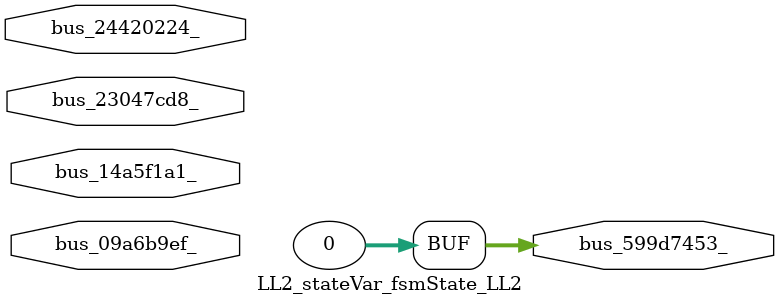
<source format=v>

module LL2(In1_ACK, Out1_SEND, Out1_COUNT, RESET, In1_COUNT, Out1_DATA, In1_SEND, CLK, Out1_RDY, Out1_ACK, In1_DATA);
output		In1_ACK;
output		Out1_SEND;
output	[15:0]	Out1_COUNT;
input		RESET;
input	[15:0]	In1_COUNT;
output	[15:0]	Out1_DATA;
input		In1_SEND;
input		CLK;
input		Out1_RDY;
wire		the_action_go;
input		Out1_ACK;
wire		the_action_done;
input	[15:0]	In1_DATA;
wire		bus_40109d95_;
wire		the_action_u42;
wire		the_action;
wire		LL2_the_action_instance_DONE;
wire	[15:0]	the_action_u44;
wire	[15:0]	the_action_u43;
wire		bus_4119388f_;
wire		bus_65f9636b_;
wire	[31:0]	scheduler_u109;
wire		LL2_scheduler_instance_DONE;
wire		scheduler_u110;
wire		scheduler;
wire	[31:0]	bus_599d7453_;
assign In1_ACK=the_action;
assign Out1_SEND=the_action_u42;
assign Out1_COUNT=the_action_u43;
assign Out1_DATA=the_action_u44;
assign the_action_go=scheduler_u110;
assign the_action_done=bus_40109d95_;
assign bus_40109d95_=LL2_the_action_instance_DONE&{1{LL2_the_action_instance_DONE}};
LL2_the_action LL2_the_action_instance(.CLK(CLK), .GO(the_action_go), .port_7e5b024b_(In1_DATA), 
  .DONE(LL2_the_action_instance_DONE), .RESULT(the_action), .RESULT_u840(the_action_u42), 
  .RESULT_u841(the_action_u43), .RESULT_u842(the_action_u44));
LL2_globalreset_physical_42cd0a5d_ LL2_globalreset_physical_42cd0a5d__1(.bus_49d75ebf_(CLK), 
  .bus_2e50704a_(RESET), .bus_4119388f_(bus_4119388f_));
LL2_Kicker_25 LL2_Kicker_25_1(.CLK(CLK), .RESET(bus_4119388f_), .bus_65f9636b_(bus_65f9636b_));
LL2_scheduler LL2_scheduler_instance(.CLK(CLK), .RESET(bus_4119388f_), .GO(bus_65f9636b_), 
  .port_371a1d35_(32'h0), .port_74d013d4_(In1_SEND), .port_0bde98ff_(Out1_RDY), 
  .port_18130e77_(the_action_done), .DONE(LL2_scheduler_instance_DONE), .RESULT(scheduler), 
  .RESULT_u843(scheduler_u109), .RESULT_u844(scheduler_u110));
LL2_stateVar_fsmState_LL2 LL2_stateVar_fsmState_LL2_1(.bus_09a6b9ef_(CLK), .bus_14a5f1a1_(bus_4119388f_), 
  .bus_23047cd8_(scheduler), .bus_24420224_(32'h0), .bus_599d7453_(bus_599d7453_));
endmodule



module LL2_the_action(CLK, GO, port_7e5b024b_, RESULT, RESULT_u840, RESULT_u841, RESULT_u842, DONE);
input		CLK;
input		GO;
input	[15:0]	port_7e5b024b_;
output		RESULT;
output		RESULT_u840;
output	[15:0]	RESULT_u841;
output	[15:0]	RESULT_u842;
output		DONE;
wire		simplePinWrite;
wire		simplePinWrite_u239;
wire	[15:0]	simplePinWrite_u240;
wire	[15:0]	simplePinWrite_u241;
assign simplePinWrite=GO&{1{GO}};
assign simplePinWrite_u239=GO&{1{GO}};
assign simplePinWrite_u240=port_7e5b024b_;
assign simplePinWrite_u241=16'h1&{16{1'h1}};
assign RESULT=simplePinWrite;
assign RESULT_u840=simplePinWrite_u239;
assign RESULT_u841=simplePinWrite_u241;
assign RESULT_u842=simplePinWrite_u240;
assign DONE=GO;
endmodule



module LL2_globalreset_physical_42cd0a5d_(bus_49d75ebf_, bus_2e50704a_, bus_4119388f_);
input		bus_49d75ebf_;
input		bus_2e50704a_;
output		bus_4119388f_;
reg		sample_u21=1'h0;
reg		glitch_u21=1'h0;
wire		not_302d2ea4_u0;
wire		or_1f25f56e_u0;
reg		final_u21=1'h1;
reg		cross_u21=1'h0;
wire		and_50da17f4_u0;
always @(posedge bus_49d75ebf_)
begin
sample_u21<=1'h1;
end
always @(posedge bus_49d75ebf_)
begin
glitch_u21<=cross_u21;
end
assign bus_4119388f_=or_1f25f56e_u0;
assign not_302d2ea4_u0=~and_50da17f4_u0;
assign or_1f25f56e_u0=bus_2e50704a_|final_u21;
always @(posedge bus_49d75ebf_)
begin
final_u21<=not_302d2ea4_u0;
end
always @(posedge bus_49d75ebf_)
begin
cross_u21<=sample_u21;
end
assign and_50da17f4_u0=cross_u21&glitch_u21;
endmodule



module LL2_Kicker_25(CLK, RESET, bus_65f9636b_);
input		CLK;
input		RESET;
output		bus_65f9636b_;
reg		kicker_1=1'h0;
wire		bus_28bef4e2_;
wire		bus_792c7731_;
reg		kicker_2=1'h0;
wire		bus_1e2abaa8_;
wire		bus_30f3ea3f_;
reg		kicker_res=1'h0;
assign bus_65f9636b_=kicker_res;
always @(posedge CLK)
begin
kicker_1<=bus_30f3ea3f_;
end
assign bus_28bef4e2_=bus_30f3ea3f_&kicker_1;
assign bus_792c7731_=kicker_1&bus_30f3ea3f_&bus_1e2abaa8_;
always @(posedge CLK)
begin
kicker_2<=bus_28bef4e2_;
end
assign bus_1e2abaa8_=~kicker_2;
assign bus_30f3ea3f_=~RESET;
always @(posedge CLK)
begin
kicker_res<=bus_792c7731_;
end
endmodule



module LL2_scheduler(CLK, RESET, GO, port_371a1d35_, port_74d013d4_, port_0bde98ff_, port_18130e77_, RESULT, RESULT_u843, RESULT_u844, DONE);
input		CLK;
input		RESET;
input		GO;
input	[31:0]	port_371a1d35_;
input		port_74d013d4_;
input		port_0bde98ff_;
input		port_18130e77_;
output		RESULT;
output	[31:0]	RESULT_u843;
output		RESULT_u844;
output		DONE;
wire signed	[31:0]	equals_a_signed;
wire		equals;
wire signed	[31:0]	equals_b_signed;
wire		and_u1436_u0;
wire		and_u1437_u0;
wire		not_u277_u0;
wire		and_u1438_u0;
wire		and_u1439_u0;
wire		not_u278_u0;
wire		not_u279_u0;
wire		and_u1440_u0;
wire		and_u1441_u0;
wire		simplePinWrite;
wire		and_u1442_u0;
wire		and_u1443_u0;
wire		and_u1444_u0;
wire		and_u1445_u0;
reg		and_delayed_u87=1'h0;
wire		or_u385_u0;
reg		reg_46953bf5_u0=1'h0;
reg		reg_2b06a90f_u0=1'h0;
wire		or_u386_u0;
assign equals_a_signed=32'h0;
assign equals_b_signed=32'h0;
assign equals=equals_a_signed==equals_b_signed;
assign and_u1436_u0=and_u1445_u0&equals;
assign and_u1437_u0=and_u1445_u0&not_u277_u0;
assign not_u277_u0=~equals;
assign and_u1438_u0=and_u1444_u0&port_74d013d4_;
assign and_u1439_u0=and_u1444_u0&not_u278_u0;
assign not_u278_u0=~port_74d013d4_;
assign not_u279_u0=~port_0bde98ff_;
assign and_u1440_u0=and_u1443_u0&port_0bde98ff_;
assign and_u1441_u0=and_u1443_u0&not_u279_u0;
assign simplePinWrite=and_u1442_u0&{1{and_u1442_u0}};
assign and_u1442_u0=and_u1440_u0&and_u1443_u0;
assign and_u1443_u0=and_u1438_u0&and_u1444_u0;
assign and_u1444_u0=and_u1436_u0&and_u1445_u0;
assign and_u1445_u0=or_u385_u0&or_u385_u0;
always @(posedge CLK or posedge RESET)
begin
if (RESET)
and_delayed_u87<=1'h0;
else and_delayed_u87<=and_u1445_u0;
end
assign or_u385_u0=and_delayed_u87|reg_46953bf5_u0;
always @(posedge CLK or posedge RESET)
begin
if (RESET)
reg_46953bf5_u0<=1'h0;
else reg_46953bf5_u0<=reg_2b06a90f_u0;
end
always @(posedge CLK or posedge RESET)
begin
if (RESET)
reg_2b06a90f_u0<=1'h0;
else reg_2b06a90f_u0<=GO;
end
assign or_u386_u0=GO|and_u1442_u0;
assign RESULT=or_u386_u0;
assign RESULT_u843=32'h0;
assign RESULT_u844=simplePinWrite;
assign DONE=1'h0;
endmodule



module LL2_endianswapper_5f9c800e_(endianswapper_5f9c800e_in, endianswapper_5f9c800e_out);
input	[31:0]	endianswapper_5f9c800e_in;
output	[31:0]	endianswapper_5f9c800e_out;
assign endianswapper_5f9c800e_out=32'h0;
endmodule



module LL2_endianswapper_5f49536f_(endianswapper_5f49536f_in, endianswapper_5f49536f_out);
input	[31:0]	endianswapper_5f49536f_in;
output	[31:0]	endianswapper_5f49536f_out;
assign endianswapper_5f49536f_out=32'h0;
endmodule



module LL2_stateVar_fsmState_LL2(bus_09a6b9ef_, bus_14a5f1a1_, bus_23047cd8_, bus_24420224_, bus_599d7453_);
input		bus_09a6b9ef_;
input		bus_14a5f1a1_;
input		bus_23047cd8_;
input	[31:0]	bus_24420224_;
output	[31:0]	bus_599d7453_;
wire	[31:0]	endianswapper_5f9c800e_out;
wire	[31:0]	endianswapper_5f49536f_out;
LL2_endianswapper_5f9c800e_ LL2_endianswapper_5f9c800e__1(.endianswapper_5f9c800e_in(32'h0), 
  .endianswapper_5f9c800e_out(endianswapper_5f9c800e_out));
assign bus_599d7453_=32'h0;
LL2_endianswapper_5f49536f_ LL2_endianswapper_5f49536f__1(.endianswapper_5f49536f_in(32'h0), 
  .endianswapper_5f49536f_out(endianswapper_5f49536f_out));
endmodule



</source>
